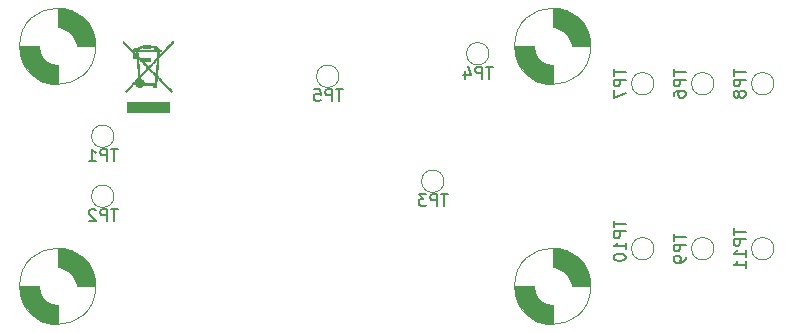
<source format=gbo>
G04 #@! TF.GenerationSoftware,KiCad,Pcbnew,6.0.9-8da3e8f707~116~ubuntu20.04.1*
G04 #@! TF.CreationDate,2023-03-26T17:56:32+00:00*
G04 #@! TF.ProjectId,LEC011001,4c454330-3131-4303-9031-2e6b69636164,rev?*
G04 #@! TF.SameCoordinates,Original*
G04 #@! TF.FileFunction,Legend,Bot*
G04 #@! TF.FilePolarity,Positive*
%FSLAX46Y46*%
G04 Gerber Fmt 4.6, Leading zero omitted, Abs format (unit mm)*
G04 Created by KiCad (PCBNEW 6.0.9-8da3e8f707~116~ubuntu20.04.1) date 2023-03-26 17:56:32*
%MOMM*%
%LPD*%
G01*
G04 APERTURE LIST*
%ADD10C,0.150000*%
%ADD11C,0.120000*%
%ADD12C,0.010000*%
G04 APERTURE END LIST*
D10*
G04 #@! TO.C,TP1*
X88891904Y-41740380D02*
X88320476Y-41740380D01*
X88606190Y-42740380D02*
X88606190Y-41740380D01*
X87987142Y-42740380D02*
X87987142Y-41740380D01*
X87606190Y-41740380D01*
X87510952Y-41788000D01*
X87463333Y-41835619D01*
X87415714Y-41930857D01*
X87415714Y-42073714D01*
X87463333Y-42168952D01*
X87510952Y-42216571D01*
X87606190Y-42264190D01*
X87987142Y-42264190D01*
X86463333Y-42740380D02*
X87034761Y-42740380D01*
X86749047Y-42740380D02*
X86749047Y-41740380D01*
X86844285Y-41883238D01*
X86939523Y-41978476D01*
X87034761Y-42026095D01*
G04 #@! TO.C,TP2*
X88891904Y-46820380D02*
X88320476Y-46820380D01*
X88606190Y-47820380D02*
X88606190Y-46820380D01*
X87987142Y-47820380D02*
X87987142Y-46820380D01*
X87606190Y-46820380D01*
X87510952Y-46868000D01*
X87463333Y-46915619D01*
X87415714Y-47010857D01*
X87415714Y-47153714D01*
X87463333Y-47248952D01*
X87510952Y-47296571D01*
X87606190Y-47344190D01*
X87987142Y-47344190D01*
X87034761Y-46915619D02*
X86987142Y-46868000D01*
X86891904Y-46820380D01*
X86653809Y-46820380D01*
X86558571Y-46868000D01*
X86510952Y-46915619D01*
X86463333Y-47010857D01*
X86463333Y-47106095D01*
X86510952Y-47248952D01*
X87082380Y-47820380D01*
X86463333Y-47820380D01*
G04 #@! TO.C,TP3*
X116831904Y-45550380D02*
X116260476Y-45550380D01*
X116546190Y-46550380D02*
X116546190Y-45550380D01*
X115927142Y-46550380D02*
X115927142Y-45550380D01*
X115546190Y-45550380D01*
X115450952Y-45598000D01*
X115403333Y-45645619D01*
X115355714Y-45740857D01*
X115355714Y-45883714D01*
X115403333Y-45978952D01*
X115450952Y-46026571D01*
X115546190Y-46074190D01*
X115927142Y-46074190D01*
X115022380Y-45550380D02*
X114403333Y-45550380D01*
X114736666Y-45931333D01*
X114593809Y-45931333D01*
X114498571Y-45978952D01*
X114450952Y-46026571D01*
X114403333Y-46121809D01*
X114403333Y-46359904D01*
X114450952Y-46455142D01*
X114498571Y-46502761D01*
X114593809Y-46550380D01*
X114879523Y-46550380D01*
X114974761Y-46502761D01*
X115022380Y-46455142D01*
G04 #@! TO.C,TP4*
X120641904Y-34755380D02*
X120070476Y-34755380D01*
X120356190Y-35755380D02*
X120356190Y-34755380D01*
X119737142Y-35755380D02*
X119737142Y-34755380D01*
X119356190Y-34755380D01*
X119260952Y-34803000D01*
X119213333Y-34850619D01*
X119165714Y-34945857D01*
X119165714Y-35088714D01*
X119213333Y-35183952D01*
X119260952Y-35231571D01*
X119356190Y-35279190D01*
X119737142Y-35279190D01*
X118308571Y-35088714D02*
X118308571Y-35755380D01*
X118546666Y-34707761D02*
X118784761Y-35422047D01*
X118165714Y-35422047D01*
G04 #@! TO.C,TP5*
X107941904Y-36660380D02*
X107370476Y-36660380D01*
X107656190Y-37660380D02*
X107656190Y-36660380D01*
X107037142Y-37660380D02*
X107037142Y-36660380D01*
X106656190Y-36660380D01*
X106560952Y-36708000D01*
X106513333Y-36755619D01*
X106465714Y-36850857D01*
X106465714Y-36993714D01*
X106513333Y-37088952D01*
X106560952Y-37136571D01*
X106656190Y-37184190D01*
X107037142Y-37184190D01*
X105560952Y-36660380D02*
X106037142Y-36660380D01*
X106084761Y-37136571D01*
X106037142Y-37088952D01*
X105941904Y-37041333D01*
X105703809Y-37041333D01*
X105608571Y-37088952D01*
X105560952Y-37136571D01*
X105513333Y-37231809D01*
X105513333Y-37469904D01*
X105560952Y-37565142D01*
X105608571Y-37612761D01*
X105703809Y-37660380D01*
X105941904Y-37660380D01*
X106037142Y-37612761D01*
X106084761Y-37565142D01*
G04 #@! TO.C,TP6*
X135977380Y-34933095D02*
X135977380Y-35504523D01*
X136977380Y-35218809D02*
X135977380Y-35218809D01*
X136977380Y-35837857D02*
X135977380Y-35837857D01*
X135977380Y-36218809D01*
X136025000Y-36314047D01*
X136072619Y-36361666D01*
X136167857Y-36409285D01*
X136310714Y-36409285D01*
X136405952Y-36361666D01*
X136453571Y-36314047D01*
X136501190Y-36218809D01*
X136501190Y-35837857D01*
X135977380Y-37266428D02*
X135977380Y-37075952D01*
X136025000Y-36980714D01*
X136072619Y-36933095D01*
X136215476Y-36837857D01*
X136405952Y-36790238D01*
X136786904Y-36790238D01*
X136882142Y-36837857D01*
X136929761Y-36885476D01*
X136977380Y-36980714D01*
X136977380Y-37171190D01*
X136929761Y-37266428D01*
X136882142Y-37314047D01*
X136786904Y-37361666D01*
X136548809Y-37361666D01*
X136453571Y-37314047D01*
X136405952Y-37266428D01*
X136358333Y-37171190D01*
X136358333Y-36980714D01*
X136405952Y-36885476D01*
X136453571Y-36837857D01*
X136548809Y-36790238D01*
G04 #@! TO.C,TP7*
X130897380Y-34933095D02*
X130897380Y-35504523D01*
X131897380Y-35218809D02*
X130897380Y-35218809D01*
X131897380Y-35837857D02*
X130897380Y-35837857D01*
X130897380Y-36218809D01*
X130945000Y-36314047D01*
X130992619Y-36361666D01*
X131087857Y-36409285D01*
X131230714Y-36409285D01*
X131325952Y-36361666D01*
X131373571Y-36314047D01*
X131421190Y-36218809D01*
X131421190Y-35837857D01*
X130897380Y-36742619D02*
X130897380Y-37409285D01*
X131897380Y-36980714D01*
G04 #@! TO.C,TP8*
X141057380Y-34933095D02*
X141057380Y-35504523D01*
X142057380Y-35218809D02*
X141057380Y-35218809D01*
X142057380Y-35837857D02*
X141057380Y-35837857D01*
X141057380Y-36218809D01*
X141105000Y-36314047D01*
X141152619Y-36361666D01*
X141247857Y-36409285D01*
X141390714Y-36409285D01*
X141485952Y-36361666D01*
X141533571Y-36314047D01*
X141581190Y-36218809D01*
X141581190Y-35837857D01*
X141485952Y-36980714D02*
X141438333Y-36885476D01*
X141390714Y-36837857D01*
X141295476Y-36790238D01*
X141247857Y-36790238D01*
X141152619Y-36837857D01*
X141105000Y-36885476D01*
X141057380Y-36980714D01*
X141057380Y-37171190D01*
X141105000Y-37266428D01*
X141152619Y-37314047D01*
X141247857Y-37361666D01*
X141295476Y-37361666D01*
X141390714Y-37314047D01*
X141438333Y-37266428D01*
X141485952Y-37171190D01*
X141485952Y-36980714D01*
X141533571Y-36885476D01*
X141581190Y-36837857D01*
X141676428Y-36790238D01*
X141866904Y-36790238D01*
X141962142Y-36837857D01*
X142009761Y-36885476D01*
X142057380Y-36980714D01*
X142057380Y-37171190D01*
X142009761Y-37266428D01*
X141962142Y-37314047D01*
X141866904Y-37361666D01*
X141676428Y-37361666D01*
X141581190Y-37314047D01*
X141533571Y-37266428D01*
X141485952Y-37171190D01*
G04 #@! TO.C,TP9*
X135977380Y-48903095D02*
X135977380Y-49474523D01*
X136977380Y-49188809D02*
X135977380Y-49188809D01*
X136977380Y-49807857D02*
X135977380Y-49807857D01*
X135977380Y-50188809D01*
X136025000Y-50284047D01*
X136072619Y-50331666D01*
X136167857Y-50379285D01*
X136310714Y-50379285D01*
X136405952Y-50331666D01*
X136453571Y-50284047D01*
X136501190Y-50188809D01*
X136501190Y-49807857D01*
X136977380Y-50855476D02*
X136977380Y-51045952D01*
X136929761Y-51141190D01*
X136882142Y-51188809D01*
X136739285Y-51284047D01*
X136548809Y-51331666D01*
X136167857Y-51331666D01*
X136072619Y-51284047D01*
X136025000Y-51236428D01*
X135977380Y-51141190D01*
X135977380Y-50950714D01*
X136025000Y-50855476D01*
X136072619Y-50807857D01*
X136167857Y-50760238D01*
X136405952Y-50760238D01*
X136501190Y-50807857D01*
X136548809Y-50855476D01*
X136596428Y-50950714D01*
X136596428Y-51141190D01*
X136548809Y-51236428D01*
X136501190Y-51284047D01*
X136405952Y-51331666D01*
G04 #@! TO.C,TP10*
X130897380Y-47791904D02*
X130897380Y-48363333D01*
X131897380Y-48077619D02*
X130897380Y-48077619D01*
X131897380Y-48696666D02*
X130897380Y-48696666D01*
X130897380Y-49077619D01*
X130945000Y-49172857D01*
X130992619Y-49220476D01*
X131087857Y-49268095D01*
X131230714Y-49268095D01*
X131325952Y-49220476D01*
X131373571Y-49172857D01*
X131421190Y-49077619D01*
X131421190Y-48696666D01*
X131897380Y-50220476D02*
X131897380Y-49649047D01*
X131897380Y-49934761D02*
X130897380Y-49934761D01*
X131040238Y-49839523D01*
X131135476Y-49744285D01*
X131183095Y-49649047D01*
X130897380Y-50839523D02*
X130897380Y-50934761D01*
X130945000Y-51030000D01*
X130992619Y-51077619D01*
X131087857Y-51125238D01*
X131278333Y-51172857D01*
X131516428Y-51172857D01*
X131706904Y-51125238D01*
X131802142Y-51077619D01*
X131849761Y-51030000D01*
X131897380Y-50934761D01*
X131897380Y-50839523D01*
X131849761Y-50744285D01*
X131802142Y-50696666D01*
X131706904Y-50649047D01*
X131516428Y-50601428D01*
X131278333Y-50601428D01*
X131087857Y-50649047D01*
X130992619Y-50696666D01*
X130945000Y-50744285D01*
X130897380Y-50839523D01*
G04 #@! TO.C,TP11*
X141057380Y-48426904D02*
X141057380Y-48998333D01*
X142057380Y-48712619D02*
X141057380Y-48712619D01*
X142057380Y-49331666D02*
X141057380Y-49331666D01*
X141057380Y-49712619D01*
X141105000Y-49807857D01*
X141152619Y-49855476D01*
X141247857Y-49903095D01*
X141390714Y-49903095D01*
X141485952Y-49855476D01*
X141533571Y-49807857D01*
X141581190Y-49712619D01*
X141581190Y-49331666D01*
X142057380Y-50855476D02*
X142057380Y-50284047D01*
X142057380Y-50569761D02*
X141057380Y-50569761D01*
X141200238Y-50474523D01*
X141295476Y-50379285D01*
X141343095Y-50284047D01*
X142057380Y-51807857D02*
X142057380Y-51236428D01*
X142057380Y-51522142D02*
X141057380Y-51522142D01*
X141200238Y-51426904D01*
X141295476Y-51331666D01*
X141343095Y-51236428D01*
D11*
G04 #@! TO.C,H1*
X87044903Y-53340000D02*
G75*
G03*
X87044903Y-53340000I-3224903J0D01*
G01*
G36*
X82220000Y-53440000D02*
G01*
X82320000Y-53840000D01*
X82520000Y-54240000D01*
X82920000Y-54640000D01*
X83320000Y-54840000D01*
X83720000Y-54940000D01*
X83820000Y-54940000D01*
X83820000Y-56564903D01*
X83320000Y-56540000D01*
X82320000Y-56240000D01*
X81520000Y-55640000D01*
X81020000Y-54940000D01*
X80720000Y-54240000D01*
X80620000Y-53840000D01*
X80620000Y-53340000D01*
X82220000Y-53340000D01*
X82220000Y-53440000D01*
G37*
D12*
X82220000Y-53440000D02*
X82320000Y-53840000D01*
X82520000Y-54240000D01*
X82920000Y-54640000D01*
X83320000Y-54840000D01*
X83720000Y-54940000D01*
X83820000Y-54940000D01*
X83820000Y-56564903D01*
X83320000Y-56540000D01*
X82320000Y-56240000D01*
X81520000Y-55640000D01*
X81020000Y-54940000D01*
X80720000Y-54240000D01*
X80620000Y-53840000D01*
X80620000Y-53340000D01*
X82220000Y-53340000D01*
X82220000Y-53440000D01*
G36*
X84320000Y-50140000D02*
G01*
X85320000Y-50440000D01*
X86120000Y-51040000D01*
X86620000Y-51740000D01*
X86920000Y-52440000D01*
X87020000Y-52840000D01*
X87020000Y-53340000D01*
X85420000Y-53340000D01*
X85420000Y-53240000D01*
X85320000Y-52840000D01*
X85120000Y-52440000D01*
X84720000Y-52040000D01*
X84320000Y-51840000D01*
X83920000Y-51740000D01*
X83820000Y-51740000D01*
X83820000Y-50115097D01*
X84320000Y-50140000D01*
G37*
X84320000Y-50140000D02*
X85320000Y-50440000D01*
X86120000Y-51040000D01*
X86620000Y-51740000D01*
X86920000Y-52440000D01*
X87020000Y-52840000D01*
X87020000Y-53340000D01*
X85420000Y-53340000D01*
X85420000Y-53240000D01*
X85320000Y-52840000D01*
X85120000Y-52440000D01*
X84720000Y-52040000D01*
X84320000Y-51840000D01*
X83920000Y-51740000D01*
X83820000Y-51740000D01*
X83820000Y-50115097D01*
X84320000Y-50140000D01*
D11*
G04 #@! TO.C,H2*
X128954903Y-33020000D02*
G75*
G03*
X128954903Y-33020000I-3224903J0D01*
G01*
G36*
X124130000Y-33120000D02*
G01*
X124230000Y-33520000D01*
X124430000Y-33920000D01*
X124830000Y-34320000D01*
X125230000Y-34520000D01*
X125630000Y-34620000D01*
X125730000Y-34620000D01*
X125730000Y-36244903D01*
X125230000Y-36220000D01*
X124230000Y-35920000D01*
X123430000Y-35320000D01*
X122930000Y-34620000D01*
X122630000Y-33920000D01*
X122530000Y-33520000D01*
X122530000Y-33020000D01*
X124130000Y-33020000D01*
X124130000Y-33120000D01*
G37*
D12*
X124130000Y-33120000D02*
X124230000Y-33520000D01*
X124430000Y-33920000D01*
X124830000Y-34320000D01*
X125230000Y-34520000D01*
X125630000Y-34620000D01*
X125730000Y-34620000D01*
X125730000Y-36244903D01*
X125230000Y-36220000D01*
X124230000Y-35920000D01*
X123430000Y-35320000D01*
X122930000Y-34620000D01*
X122630000Y-33920000D01*
X122530000Y-33520000D01*
X122530000Y-33020000D01*
X124130000Y-33020000D01*
X124130000Y-33120000D01*
G36*
X126230000Y-29820000D02*
G01*
X127230000Y-30120000D01*
X128030000Y-30720000D01*
X128530000Y-31420000D01*
X128830000Y-32120000D01*
X128930000Y-32520000D01*
X128930000Y-33020000D01*
X127330000Y-33020000D01*
X127330000Y-32920000D01*
X127230000Y-32520000D01*
X127030000Y-32120000D01*
X126630000Y-31720000D01*
X126230000Y-31520000D01*
X125830000Y-31420000D01*
X125730000Y-31420000D01*
X125730000Y-29795097D01*
X126230000Y-29820000D01*
G37*
X126230000Y-29820000D02*
X127230000Y-30120000D01*
X128030000Y-30720000D01*
X128530000Y-31420000D01*
X128830000Y-32120000D01*
X128930000Y-32520000D01*
X128930000Y-33020000D01*
X127330000Y-33020000D01*
X127330000Y-32920000D01*
X127230000Y-32520000D01*
X127030000Y-32120000D01*
X126630000Y-31720000D01*
X126230000Y-31520000D01*
X125830000Y-31420000D01*
X125730000Y-31420000D01*
X125730000Y-29795097D01*
X126230000Y-29820000D01*
D11*
G04 #@! TO.C,H3*
X87044903Y-33020000D02*
G75*
G03*
X87044903Y-33020000I-3224903J0D01*
G01*
G36*
X84320000Y-29820000D02*
G01*
X85320000Y-30120000D01*
X86120000Y-30720000D01*
X86620000Y-31420000D01*
X86920000Y-32120000D01*
X87020000Y-32520000D01*
X87020000Y-33020000D01*
X85420000Y-33020000D01*
X85420000Y-32920000D01*
X85320000Y-32520000D01*
X85120000Y-32120000D01*
X84720000Y-31720000D01*
X84320000Y-31520000D01*
X83920000Y-31420000D01*
X83820000Y-31420000D01*
X83820000Y-29795097D01*
X84320000Y-29820000D01*
G37*
D12*
X84320000Y-29820000D02*
X85320000Y-30120000D01*
X86120000Y-30720000D01*
X86620000Y-31420000D01*
X86920000Y-32120000D01*
X87020000Y-32520000D01*
X87020000Y-33020000D01*
X85420000Y-33020000D01*
X85420000Y-32920000D01*
X85320000Y-32520000D01*
X85120000Y-32120000D01*
X84720000Y-31720000D01*
X84320000Y-31520000D01*
X83920000Y-31420000D01*
X83820000Y-31420000D01*
X83820000Y-29795097D01*
X84320000Y-29820000D01*
G36*
X82220000Y-33120000D02*
G01*
X82320000Y-33520000D01*
X82520000Y-33920000D01*
X82920000Y-34320000D01*
X83320000Y-34520000D01*
X83720000Y-34620000D01*
X83820000Y-34620000D01*
X83820000Y-36244903D01*
X83320000Y-36220000D01*
X82320000Y-35920000D01*
X81520000Y-35320000D01*
X81020000Y-34620000D01*
X80720000Y-33920000D01*
X80620000Y-33520000D01*
X80620000Y-33020000D01*
X82220000Y-33020000D01*
X82220000Y-33120000D01*
G37*
X82220000Y-33120000D02*
X82320000Y-33520000D01*
X82520000Y-33920000D01*
X82920000Y-34320000D01*
X83320000Y-34520000D01*
X83720000Y-34620000D01*
X83820000Y-34620000D01*
X83820000Y-36244903D01*
X83320000Y-36220000D01*
X82320000Y-35920000D01*
X81520000Y-35320000D01*
X81020000Y-34620000D01*
X80720000Y-33920000D01*
X80620000Y-33520000D01*
X80620000Y-33020000D01*
X82220000Y-33020000D01*
X82220000Y-33120000D01*
D11*
G04 #@! TO.C,H4*
X128954903Y-53340000D02*
G75*
G03*
X128954903Y-53340000I-3224903J0D01*
G01*
G36*
X126230000Y-50140000D02*
G01*
X127230000Y-50440000D01*
X128030000Y-51040000D01*
X128530000Y-51740000D01*
X128830000Y-52440000D01*
X128930000Y-52840000D01*
X128930000Y-53340000D01*
X127330000Y-53340000D01*
X127330000Y-53240000D01*
X127230000Y-52840000D01*
X127030000Y-52440000D01*
X126630000Y-52040000D01*
X126230000Y-51840000D01*
X125830000Y-51740000D01*
X125730000Y-51740000D01*
X125730000Y-50115097D01*
X126230000Y-50140000D01*
G37*
D12*
X126230000Y-50140000D02*
X127230000Y-50440000D01*
X128030000Y-51040000D01*
X128530000Y-51740000D01*
X128830000Y-52440000D01*
X128930000Y-52840000D01*
X128930000Y-53340000D01*
X127330000Y-53340000D01*
X127330000Y-53240000D01*
X127230000Y-52840000D01*
X127030000Y-52440000D01*
X126630000Y-52040000D01*
X126230000Y-51840000D01*
X125830000Y-51740000D01*
X125730000Y-51740000D01*
X125730000Y-50115097D01*
X126230000Y-50140000D01*
G36*
X124130000Y-53440000D02*
G01*
X124230000Y-53840000D01*
X124430000Y-54240000D01*
X124830000Y-54640000D01*
X125230000Y-54840000D01*
X125630000Y-54940000D01*
X125730000Y-54940000D01*
X125730000Y-56564903D01*
X125230000Y-56540000D01*
X124230000Y-56240000D01*
X123430000Y-55640000D01*
X122930000Y-54940000D01*
X122630000Y-54240000D01*
X122530000Y-53840000D01*
X122530000Y-53340000D01*
X124130000Y-53340000D01*
X124130000Y-53440000D01*
G37*
X124130000Y-53440000D02*
X124230000Y-53840000D01*
X124430000Y-54240000D01*
X124830000Y-54640000D01*
X125230000Y-54840000D01*
X125630000Y-54940000D01*
X125730000Y-54940000D01*
X125730000Y-56564903D01*
X125230000Y-56540000D01*
X124230000Y-56240000D01*
X123430000Y-55640000D01*
X122930000Y-54940000D01*
X122630000Y-54240000D01*
X122530000Y-53840000D01*
X122530000Y-53340000D01*
X124130000Y-53340000D01*
X124130000Y-53440000D01*
D11*
G04 #@! TO.C,TP1*
X88580000Y-40640000D02*
G75*
G03*
X88580000Y-40640000I-950000J0D01*
G01*
G04 #@! TO.C,TP2*
X88580000Y-45720000D02*
G75*
G03*
X88580000Y-45720000I-950000J0D01*
G01*
G04 #@! TO.C,TP3*
X116520000Y-44450000D02*
G75*
G03*
X116520000Y-44450000I-950000J0D01*
G01*
G04 #@! TO.C,TP4*
X120330000Y-33655000D02*
G75*
G03*
X120330000Y-33655000I-950000J0D01*
G01*
G04 #@! TO.C,TP5*
X107630000Y-35560000D02*
G75*
G03*
X107630000Y-35560000I-950000J0D01*
G01*
G04 #@! TO.C,TP6*
X139380000Y-36195000D02*
G75*
G03*
X139380000Y-36195000I-950000J0D01*
G01*
G04 #@! TO.C,TP7*
X134300000Y-36195000D02*
G75*
G03*
X134300000Y-36195000I-950000J0D01*
G01*
G04 #@! TO.C,TP8*
X144460000Y-36195000D02*
G75*
G03*
X144460000Y-36195000I-950000J0D01*
G01*
G04 #@! TO.C,TP9*
X139380000Y-50165000D02*
G75*
G03*
X139380000Y-50165000I-950000J0D01*
G01*
G04 #@! TO.C,TP10*
X134300000Y-50165000D02*
G75*
G03*
X134300000Y-50165000I-950000J0D01*
G01*
G04 #@! TO.C,TP11*
X144460000Y-50165000D02*
G75*
G03*
X144460000Y-50165000I-950000J0D01*
G01*
G04 #@! TO.C,REF\u002A\u002A*
G36*
X92451662Y-33320696D02*
G01*
X92491314Y-33321782D01*
X92559109Y-33321782D01*
X92559109Y-33434951D01*
X92399577Y-33434951D01*
X92384682Y-33612732D01*
X92382682Y-33637037D01*
X92378023Y-33697880D01*
X92374731Y-33747389D01*
X92373092Y-33780992D01*
X92373390Y-33794116D01*
X92377724Y-33790343D01*
X92397496Y-33770676D01*
X92431679Y-33735818D01*
X92478541Y-33687576D01*
X92536354Y-33627757D01*
X92603387Y-33558167D01*
X92677912Y-33480615D01*
X92758197Y-33396907D01*
X92842513Y-33308849D01*
X92929130Y-33218250D01*
X93016319Y-33126915D01*
X93102349Y-33036653D01*
X93185492Y-32949269D01*
X93264016Y-32866572D01*
X93336192Y-32790368D01*
X93400291Y-32722463D01*
X93454583Y-32664666D01*
X93551592Y-32561040D01*
X93552034Y-32649315D01*
X93552475Y-32737589D01*
X92951938Y-33369158D01*
X92351401Y-34000726D01*
X92339396Y-34144674D01*
X92291365Y-34720635D01*
X92282876Y-34822791D01*
X92272343Y-34950612D01*
X92262621Y-35069767D01*
X92253898Y-35177914D01*
X92246358Y-35272713D01*
X92240187Y-35351819D01*
X92235573Y-35412892D01*
X92232700Y-35453590D01*
X92231754Y-35471570D01*
X92234251Y-35479808D01*
X92245471Y-35497599D01*
X92266751Y-35524411D01*
X92277021Y-35536129D01*
X92299225Y-35561466D01*
X92344023Y-35609986D01*
X92402281Y-35671192D01*
X92475129Y-35746307D01*
X92563703Y-35836550D01*
X92669134Y-35943145D01*
X92738492Y-36013093D01*
X92835179Y-36110658D01*
X92931526Y-36207941D01*
X93024638Y-36302014D01*
X93111618Y-36389950D01*
X93189569Y-36468820D01*
X93255596Y-36535699D01*
X93306802Y-36587658D01*
X93507514Y-36791620D01*
X93471058Y-36829671D01*
X93462460Y-36838245D01*
X93437095Y-36859297D01*
X93419695Y-36867723D01*
X93406071Y-36860530D01*
X93380743Y-36838944D01*
X93350379Y-36807995D01*
X93331896Y-36788448D01*
X93297427Y-36752752D01*
X93248712Y-36702684D01*
X93187469Y-36640001D01*
X93115420Y-36566457D01*
X93034285Y-36483810D01*
X92945784Y-36393815D01*
X92851637Y-36298228D01*
X92753565Y-36198805D01*
X92211161Y-35649343D01*
X92189066Y-35934746D01*
X92184250Y-35995662D01*
X92177216Y-36077548D01*
X92170872Y-36139569D01*
X92164748Y-36184987D01*
X92158373Y-36217062D01*
X92151277Y-36239052D01*
X92142991Y-36254219D01*
X92131393Y-36275416D01*
X92121850Y-36314386D01*
X92119010Y-36370531D01*
X92119010Y-36452773D01*
X91892674Y-36452773D01*
X91892674Y-36276733D01*
X91047082Y-36276733D01*
X90998203Y-36332262D01*
X90984836Y-36346722D01*
X90912388Y-36404813D01*
X90830532Y-36440576D01*
X90741900Y-36452773D01*
X90663692Y-36446306D01*
X90575233Y-36419047D01*
X90499507Y-36370328D01*
X90484748Y-36356403D01*
X90447864Y-36311328D01*
X90415503Y-36258819D01*
X90392297Y-36207061D01*
X90382879Y-36164239D01*
X90382697Y-36158023D01*
X90381342Y-36135246D01*
X90377800Y-36119513D01*
X90370390Y-36112068D01*
X90357431Y-36114156D01*
X90337243Y-36127020D01*
X90308145Y-36151905D01*
X90268456Y-36190053D01*
X90216496Y-36242710D01*
X90150584Y-36311119D01*
X90069040Y-36396524D01*
X90025604Y-36442112D01*
X89953000Y-36518441D01*
X89884309Y-36590808D01*
X89822223Y-36656366D01*
X89769434Y-36712274D01*
X89728634Y-36755686D01*
X89702515Y-36783758D01*
X89631119Y-36861436D01*
X89542863Y-36773416D01*
X90088690Y-36201287D01*
X90123105Y-36165188D01*
X90245546Y-36036272D01*
X90350651Y-35924754D01*
X90438736Y-35830288D01*
X90510116Y-35752529D01*
X90560588Y-35696174D01*
X90767247Y-35696174D01*
X90768872Y-35709434D01*
X90769156Y-35710819D01*
X90782698Y-35742228D01*
X90809748Y-35756863D01*
X90893129Y-35788063D01*
X90967418Y-35840038D01*
X91025846Y-35908791D01*
X91065890Y-35991315D01*
X91085026Y-36084606D01*
X91091364Y-36163565D01*
X92040838Y-36163565D01*
X92047458Y-36135273D01*
X92048629Y-36128329D01*
X92052268Y-36097281D01*
X92057234Y-36047081D01*
X92063157Y-35981727D01*
X92069669Y-35905219D01*
X92076401Y-35821555D01*
X92098724Y-35536129D01*
X91797826Y-35230565D01*
X91742636Y-35174704D01*
X91675109Y-35106888D01*
X91614529Y-35046643D01*
X91563021Y-34996052D01*
X91522710Y-34957200D01*
X91495722Y-34932170D01*
X91484182Y-34923046D01*
X91476444Y-34927405D01*
X91453395Y-34947241D01*
X91418709Y-34980375D01*
X91375487Y-35023820D01*
X91326832Y-35074587D01*
X91314140Y-35088051D01*
X91257229Y-35148275D01*
X91189414Y-35219864D01*
X91115800Y-35297437D01*
X91041493Y-35375611D01*
X90971599Y-35449005D01*
X90967401Y-35453409D01*
X90902420Y-35521785D01*
X90852836Y-35574732D01*
X90816688Y-35614767D01*
X90792016Y-35644411D01*
X90776858Y-35666181D01*
X90769256Y-35682595D01*
X90767247Y-35696174D01*
X90560588Y-35696174D01*
X90565105Y-35691131D01*
X90604019Y-35645748D01*
X90627173Y-35616035D01*
X90634882Y-35601644D01*
X90634883Y-35601559D01*
X90633825Y-35583624D01*
X90630737Y-35543421D01*
X90625858Y-35483687D01*
X90619432Y-35407158D01*
X90611700Y-35316569D01*
X90602905Y-35214657D01*
X90593287Y-35104159D01*
X90583091Y-34987811D01*
X90572556Y-34868348D01*
X90561926Y-34748507D01*
X90551442Y-34631025D01*
X90541346Y-34518637D01*
X90531881Y-34414081D01*
X90523288Y-34320091D01*
X90515809Y-34239405D01*
X90509687Y-34174759D01*
X90505162Y-34128888D01*
X90502478Y-34104530D01*
X90497067Y-34063732D01*
X90626253Y-34063732D01*
X90627908Y-34094653D01*
X90631549Y-34146653D01*
X90636995Y-34217487D01*
X90644063Y-34304911D01*
X90652570Y-34406681D01*
X90662335Y-34520552D01*
X90673174Y-34644279D01*
X90684907Y-34775618D01*
X90694079Y-34876908D01*
X90705566Y-35002526D01*
X90716322Y-35118762D01*
X90726131Y-35223380D01*
X90734781Y-35314140D01*
X90742057Y-35388804D01*
X90747746Y-35445134D01*
X90751634Y-35480891D01*
X90753506Y-35493837D01*
X90759188Y-35489826D01*
X90780020Y-35470138D01*
X90813872Y-35436322D01*
X90858412Y-35390837D01*
X90911310Y-35336146D01*
X90970236Y-35274710D01*
X91032858Y-35208990D01*
X91096848Y-35141449D01*
X91159874Y-35074547D01*
X91219606Y-35010746D01*
X91273713Y-34952507D01*
X91319865Y-34902292D01*
X91355733Y-34862563D01*
X91378984Y-34835780D01*
X91385778Y-34826477D01*
X91567601Y-34826477D01*
X91843305Y-35101968D01*
X91910726Y-35169224D01*
X91974267Y-35232162D01*
X92023490Y-35280100D01*
X92060196Y-35314594D01*
X92086190Y-35337199D01*
X92103276Y-35349471D01*
X92113256Y-35352966D01*
X92117935Y-35349238D01*
X92119116Y-35339844D01*
X92119873Y-35324749D01*
X92122601Y-35285883D01*
X92127108Y-35226895D01*
X92133179Y-35150473D01*
X92140596Y-35059305D01*
X92149142Y-34956080D01*
X92158602Y-34843483D01*
X92168758Y-34724205D01*
X92177723Y-34619077D01*
X92187066Y-34508351D01*
X92195443Y-34407814D01*
X92202653Y-34319943D01*
X92208496Y-34247215D01*
X92212769Y-34192110D01*
X92215273Y-34157104D01*
X92215805Y-34144674D01*
X92215384Y-34144908D01*
X92203509Y-34156350D01*
X92177130Y-34183198D01*
X92138570Y-34223018D01*
X92090153Y-34273372D01*
X92034203Y-34331828D01*
X91973042Y-34395948D01*
X91908995Y-34463298D01*
X91844385Y-34531443D01*
X91781535Y-34597948D01*
X91722768Y-34660377D01*
X91670409Y-34716295D01*
X91569533Y-34824406D01*
X91567601Y-34826477D01*
X91385778Y-34826477D01*
X91387290Y-34824406D01*
X91379148Y-34813383D01*
X91355478Y-34786999D01*
X91318478Y-34747527D01*
X91270350Y-34697191D01*
X91213296Y-34638217D01*
X91149520Y-34572830D01*
X91081222Y-34503255D01*
X91010605Y-34431716D01*
X90939871Y-34360438D01*
X90871222Y-34291647D01*
X90806861Y-34227566D01*
X90748989Y-34170422D01*
X90699810Y-34122439D01*
X90661524Y-34085841D01*
X90636334Y-34062854D01*
X90626442Y-34055703D01*
X90626253Y-34063732D01*
X90497067Y-34063732D01*
X90495390Y-34051089D01*
X90220297Y-34051089D01*
X90220140Y-33950495D01*
X90320891Y-33950495D01*
X90402624Y-33950495D01*
X90409895Y-33950489D01*
X90450950Y-33949613D01*
X90473277Y-33945867D01*
X90482529Y-33937270D01*
X90484357Y-33921840D01*
X90476306Y-33899159D01*
X90448730Y-33861428D01*
X90402624Y-33812179D01*
X90320891Y-33731172D01*
X90320891Y-33950495D01*
X90220140Y-33950495D01*
X90219968Y-33840471D01*
X90219639Y-33629852D01*
X89767914Y-33170891D01*
X89316189Y-32711931D01*
X89315570Y-32624848D01*
X89314951Y-32537767D01*
X89856769Y-33086952D01*
X89909137Y-33139998D01*
X90017803Y-33249772D01*
X90110709Y-33343114D01*
X90189055Y-33421173D01*
X90254043Y-33485097D01*
X90306872Y-33536035D01*
X90348743Y-33575135D01*
X90380855Y-33603548D01*
X90404410Y-33622420D01*
X90420608Y-33632901D01*
X90430649Y-33636139D01*
X90447579Y-33635158D01*
X90457084Y-33627996D01*
X90458723Y-33608401D01*
X90454782Y-33570124D01*
X90452065Y-33546025D01*
X90448284Y-33505744D01*
X90446760Y-33478961D01*
X90446015Y-33469728D01*
X90438746Y-33459839D01*
X90418668Y-33456562D01*
X90379689Y-33457992D01*
X90369737Y-33458553D01*
X90329898Y-33457921D01*
X90301560Y-33449167D01*
X90281586Y-33434951D01*
X90564852Y-33434951D01*
X90569013Y-33482104D01*
X90570935Y-33503498D01*
X90576924Y-33561909D01*
X90582826Y-33600381D01*
X90589727Y-33622912D01*
X90598712Y-33633498D01*
X90610870Y-33636139D01*
X90621801Y-33637937D01*
X90629050Y-33646530D01*
X90633100Y-33666505D01*
X90634863Y-33702450D01*
X90635248Y-33758952D01*
X90635248Y-33881766D01*
X90675447Y-33921840D01*
X90773565Y-34019654D01*
X90911881Y-34157542D01*
X90911881Y-34051089D01*
X91666337Y-34051089D01*
X91666337Y-34290000D01*
X91047831Y-34290000D01*
X91257592Y-34506906D01*
X91297770Y-34548334D01*
X91353328Y-34605200D01*
X91401570Y-34654082D01*
X91439971Y-34692441D01*
X91466003Y-34717741D01*
X91477140Y-34727442D01*
X91481373Y-34724767D01*
X91501224Y-34706782D01*
X91535451Y-34673481D01*
X91582227Y-34626712D01*
X91639724Y-34568325D01*
X91706112Y-34500169D01*
X91779564Y-34424094D01*
X91858251Y-34341950D01*
X91937341Y-34258943D01*
X92014871Y-34177136D01*
X92077746Y-34110083D01*
X92127502Y-34056007D01*
X92165678Y-34013129D01*
X92193811Y-33979673D01*
X92213440Y-33953861D01*
X92226101Y-33933914D01*
X92233334Y-33918056D01*
X92236675Y-33904509D01*
X92237561Y-33897910D01*
X92241488Y-33861548D01*
X92246459Y-33808018D01*
X92251927Y-33743421D01*
X92257344Y-33673862D01*
X92259181Y-33649635D01*
X92264488Y-33584178D01*
X92269548Y-33527717D01*
X92273863Y-33485618D01*
X92276934Y-33463243D01*
X92282955Y-33434951D01*
X90564852Y-33434951D01*
X90281586Y-33434951D01*
X90273630Y-33429289D01*
X90268820Y-33425104D01*
X90229482Y-33374427D01*
X90213903Y-33321782D01*
X90554698Y-33321782D01*
X91969221Y-33321782D01*
X92181881Y-33321782D01*
X92238908Y-33321782D01*
X92255993Y-33321662D01*
X92281308Y-33319462D01*
X92288616Y-33312334D01*
X92282943Y-33297508D01*
X92281267Y-33294682D01*
X92262448Y-33272944D01*
X92235183Y-33248820D01*
X92207987Y-33229254D01*
X92189371Y-33221188D01*
X92187697Y-33222463D01*
X92183544Y-33239976D01*
X92181881Y-33271485D01*
X92181881Y-33321782D01*
X91969221Y-33321782D01*
X91965526Y-33231095D01*
X91961832Y-33140407D01*
X91886386Y-33125252D01*
X91848551Y-33118379D01*
X91785368Y-33108756D01*
X91726065Y-33101496D01*
X91641188Y-33092893D01*
X91641188Y-33196040D01*
X91062773Y-33196040D01*
X91062773Y-33105122D01*
X90990471Y-33113753D01*
X90879998Y-33132249D01*
X90768816Y-33165691D01*
X90676850Y-33212324D01*
X90602542Y-33272786D01*
X90554698Y-33321782D01*
X90213903Y-33321782D01*
X90212172Y-33315934D01*
X90217474Y-33254575D01*
X90245975Y-33195297D01*
X90248733Y-33191606D01*
X90286822Y-33159851D01*
X90336476Y-33141067D01*
X90390002Y-33136071D01*
X90439707Y-33145678D01*
X90477900Y-33170704D01*
X90490831Y-33183480D01*
X90503428Y-33186576D01*
X90521467Y-33176998D01*
X90551928Y-33153082D01*
X90561274Y-33145731D01*
X90633430Y-33099339D01*
X90718915Y-33058084D01*
X90788830Y-33032575D01*
X91163367Y-33032575D01*
X91163367Y-33095446D01*
X91540594Y-33095446D01*
X91540594Y-33032575D01*
X91163367Y-33032575D01*
X90788830Y-33032575D01*
X90809767Y-33024936D01*
X90898027Y-33002868D01*
X90975736Y-32994852D01*
X90983991Y-32994788D01*
X91029879Y-32990321D01*
X91055079Y-32977795D01*
X91062773Y-32955784D01*
X91063676Y-32948849D01*
X91068615Y-32942885D01*
X91080611Y-32938519D01*
X91102680Y-32935503D01*
X91137836Y-32933590D01*
X91189094Y-32932530D01*
X91259471Y-32932077D01*
X91351980Y-32931980D01*
X91438660Y-32932150D01*
X91512332Y-32932834D01*
X91566265Y-32934215D01*
X91603288Y-32936470D01*
X91626230Y-32939778D01*
X91637920Y-32944320D01*
X91641188Y-32950272D01*
X91651937Y-32964888D01*
X91682055Y-32974215D01*
X91693582Y-32975847D01*
X91732886Y-32981591D01*
X91785188Y-32989378D01*
X91842376Y-32998003D01*
X91873916Y-33002393D01*
X91920074Y-33007148D01*
X91952641Y-33008295D01*
X91966023Y-33005495D01*
X91968308Y-33003671D01*
X91989405Y-32999165D01*
X92027355Y-32996029D01*
X92076048Y-32994852D01*
X92181881Y-32994852D01*
X92181894Y-33032575D01*
X92181894Y-33035718D01*
X92182388Y-33048668D01*
X92188819Y-33070411D01*
X92207123Y-33088851D01*
X92242830Y-33110801D01*
X92274174Y-33130854D01*
X92321893Y-33169356D01*
X92365138Y-33212579D01*
X92398219Y-33254627D01*
X92415442Y-33289604D01*
X92419662Y-33303081D01*
X92427480Y-33312334D01*
X92430116Y-33315454D01*
X92451662Y-33320696D01*
G37*
D12*
X92451662Y-33320696D02*
X92491314Y-33321782D01*
X92559109Y-33321782D01*
X92559109Y-33434951D01*
X92399577Y-33434951D01*
X92384682Y-33612732D01*
X92382682Y-33637037D01*
X92378023Y-33697880D01*
X92374731Y-33747389D01*
X92373092Y-33780992D01*
X92373390Y-33794116D01*
X92377724Y-33790343D01*
X92397496Y-33770676D01*
X92431679Y-33735818D01*
X92478541Y-33687576D01*
X92536354Y-33627757D01*
X92603387Y-33558167D01*
X92677912Y-33480615D01*
X92758197Y-33396907D01*
X92842513Y-33308849D01*
X92929130Y-33218250D01*
X93016319Y-33126915D01*
X93102349Y-33036653D01*
X93185492Y-32949269D01*
X93264016Y-32866572D01*
X93336192Y-32790368D01*
X93400291Y-32722463D01*
X93454583Y-32664666D01*
X93551592Y-32561040D01*
X93552034Y-32649315D01*
X93552475Y-32737589D01*
X92951938Y-33369158D01*
X92351401Y-34000726D01*
X92339396Y-34144674D01*
X92291365Y-34720635D01*
X92282876Y-34822791D01*
X92272343Y-34950612D01*
X92262621Y-35069767D01*
X92253898Y-35177914D01*
X92246358Y-35272713D01*
X92240187Y-35351819D01*
X92235573Y-35412892D01*
X92232700Y-35453590D01*
X92231754Y-35471570D01*
X92234251Y-35479808D01*
X92245471Y-35497599D01*
X92266751Y-35524411D01*
X92277021Y-35536129D01*
X92299225Y-35561466D01*
X92344023Y-35609986D01*
X92402281Y-35671192D01*
X92475129Y-35746307D01*
X92563703Y-35836550D01*
X92669134Y-35943145D01*
X92738492Y-36013093D01*
X92835179Y-36110658D01*
X92931526Y-36207941D01*
X93024638Y-36302014D01*
X93111618Y-36389950D01*
X93189569Y-36468820D01*
X93255596Y-36535699D01*
X93306802Y-36587658D01*
X93507514Y-36791620D01*
X93471058Y-36829671D01*
X93462460Y-36838245D01*
X93437095Y-36859297D01*
X93419695Y-36867723D01*
X93406071Y-36860530D01*
X93380743Y-36838944D01*
X93350379Y-36807995D01*
X93331896Y-36788448D01*
X93297427Y-36752752D01*
X93248712Y-36702684D01*
X93187469Y-36640001D01*
X93115420Y-36566457D01*
X93034285Y-36483810D01*
X92945784Y-36393815D01*
X92851637Y-36298228D01*
X92753565Y-36198805D01*
X92211161Y-35649343D01*
X92189066Y-35934746D01*
X92184250Y-35995662D01*
X92177216Y-36077548D01*
X92170872Y-36139569D01*
X92164748Y-36184987D01*
X92158373Y-36217062D01*
X92151277Y-36239052D01*
X92142991Y-36254219D01*
X92131393Y-36275416D01*
X92121850Y-36314386D01*
X92119010Y-36370531D01*
X92119010Y-36452773D01*
X91892674Y-36452773D01*
X91892674Y-36276733D01*
X91047082Y-36276733D01*
X90998203Y-36332262D01*
X90984836Y-36346722D01*
X90912388Y-36404813D01*
X90830532Y-36440576D01*
X90741900Y-36452773D01*
X90663692Y-36446306D01*
X90575233Y-36419047D01*
X90499507Y-36370328D01*
X90484748Y-36356403D01*
X90447864Y-36311328D01*
X90415503Y-36258819D01*
X90392297Y-36207061D01*
X90382879Y-36164239D01*
X90382697Y-36158023D01*
X90381342Y-36135246D01*
X90377800Y-36119513D01*
X90370390Y-36112068D01*
X90357431Y-36114156D01*
X90337243Y-36127020D01*
X90308145Y-36151905D01*
X90268456Y-36190053D01*
X90216496Y-36242710D01*
X90150584Y-36311119D01*
X90069040Y-36396524D01*
X90025604Y-36442112D01*
X89953000Y-36518441D01*
X89884309Y-36590808D01*
X89822223Y-36656366D01*
X89769434Y-36712274D01*
X89728634Y-36755686D01*
X89702515Y-36783758D01*
X89631119Y-36861436D01*
X89542863Y-36773416D01*
X90088690Y-36201287D01*
X90123105Y-36165188D01*
X90245546Y-36036272D01*
X90350651Y-35924754D01*
X90438736Y-35830288D01*
X90510116Y-35752529D01*
X90560588Y-35696174D01*
X90767247Y-35696174D01*
X90768872Y-35709434D01*
X90769156Y-35710819D01*
X90782698Y-35742228D01*
X90809748Y-35756863D01*
X90893129Y-35788063D01*
X90967418Y-35840038D01*
X91025846Y-35908791D01*
X91065890Y-35991315D01*
X91085026Y-36084606D01*
X91091364Y-36163565D01*
X92040838Y-36163565D01*
X92047458Y-36135273D01*
X92048629Y-36128329D01*
X92052268Y-36097281D01*
X92057234Y-36047081D01*
X92063157Y-35981727D01*
X92069669Y-35905219D01*
X92076401Y-35821555D01*
X92098724Y-35536129D01*
X91797826Y-35230565D01*
X91742636Y-35174704D01*
X91675109Y-35106888D01*
X91614529Y-35046643D01*
X91563021Y-34996052D01*
X91522710Y-34957200D01*
X91495722Y-34932170D01*
X91484182Y-34923046D01*
X91476444Y-34927405D01*
X91453395Y-34947241D01*
X91418709Y-34980375D01*
X91375487Y-35023820D01*
X91326832Y-35074587D01*
X91314140Y-35088051D01*
X91257229Y-35148275D01*
X91189414Y-35219864D01*
X91115800Y-35297437D01*
X91041493Y-35375611D01*
X90971599Y-35449005D01*
X90967401Y-35453409D01*
X90902420Y-35521785D01*
X90852836Y-35574732D01*
X90816688Y-35614767D01*
X90792016Y-35644411D01*
X90776858Y-35666181D01*
X90769256Y-35682595D01*
X90767247Y-35696174D01*
X90560588Y-35696174D01*
X90565105Y-35691131D01*
X90604019Y-35645748D01*
X90627173Y-35616035D01*
X90634882Y-35601644D01*
X90634883Y-35601559D01*
X90633825Y-35583624D01*
X90630737Y-35543421D01*
X90625858Y-35483687D01*
X90619432Y-35407158D01*
X90611700Y-35316569D01*
X90602905Y-35214657D01*
X90593287Y-35104159D01*
X90583091Y-34987811D01*
X90572556Y-34868348D01*
X90561926Y-34748507D01*
X90551442Y-34631025D01*
X90541346Y-34518637D01*
X90531881Y-34414081D01*
X90523288Y-34320091D01*
X90515809Y-34239405D01*
X90509687Y-34174759D01*
X90505162Y-34128888D01*
X90502478Y-34104530D01*
X90497067Y-34063732D01*
X90626253Y-34063732D01*
X90627908Y-34094653D01*
X90631549Y-34146653D01*
X90636995Y-34217487D01*
X90644063Y-34304911D01*
X90652570Y-34406681D01*
X90662335Y-34520552D01*
X90673174Y-34644279D01*
X90684907Y-34775618D01*
X90694079Y-34876908D01*
X90705566Y-35002526D01*
X90716322Y-35118762D01*
X90726131Y-35223380D01*
X90734781Y-35314140D01*
X90742057Y-35388804D01*
X90747746Y-35445134D01*
X90751634Y-35480891D01*
X90753506Y-35493837D01*
X90759188Y-35489826D01*
X90780020Y-35470138D01*
X90813872Y-35436322D01*
X90858412Y-35390837D01*
X90911310Y-35336146D01*
X90970236Y-35274710D01*
X91032858Y-35208990D01*
X91096848Y-35141449D01*
X91159874Y-35074547D01*
X91219606Y-35010746D01*
X91273713Y-34952507D01*
X91319865Y-34902292D01*
X91355733Y-34862563D01*
X91378984Y-34835780D01*
X91385778Y-34826477D01*
X91567601Y-34826477D01*
X91843305Y-35101968D01*
X91910726Y-35169224D01*
X91974267Y-35232162D01*
X92023490Y-35280100D01*
X92060196Y-35314594D01*
X92086190Y-35337199D01*
X92103276Y-35349471D01*
X92113256Y-35352966D01*
X92117935Y-35349238D01*
X92119116Y-35339844D01*
X92119873Y-35324749D01*
X92122601Y-35285883D01*
X92127108Y-35226895D01*
X92133179Y-35150473D01*
X92140596Y-35059305D01*
X92149142Y-34956080D01*
X92158602Y-34843483D01*
X92168758Y-34724205D01*
X92177723Y-34619077D01*
X92187066Y-34508351D01*
X92195443Y-34407814D01*
X92202653Y-34319943D01*
X92208496Y-34247215D01*
X92212769Y-34192110D01*
X92215273Y-34157104D01*
X92215805Y-34144674D01*
X92215384Y-34144908D01*
X92203509Y-34156350D01*
X92177130Y-34183198D01*
X92138570Y-34223018D01*
X92090153Y-34273372D01*
X92034203Y-34331828D01*
X91973042Y-34395948D01*
X91908995Y-34463298D01*
X91844385Y-34531443D01*
X91781535Y-34597948D01*
X91722768Y-34660377D01*
X91670409Y-34716295D01*
X91569533Y-34824406D01*
X91567601Y-34826477D01*
X91385778Y-34826477D01*
X91387290Y-34824406D01*
X91379148Y-34813383D01*
X91355478Y-34786999D01*
X91318478Y-34747527D01*
X91270350Y-34697191D01*
X91213296Y-34638217D01*
X91149520Y-34572830D01*
X91081222Y-34503255D01*
X91010605Y-34431716D01*
X90939871Y-34360438D01*
X90871222Y-34291647D01*
X90806861Y-34227566D01*
X90748989Y-34170422D01*
X90699810Y-34122439D01*
X90661524Y-34085841D01*
X90636334Y-34062854D01*
X90626442Y-34055703D01*
X90626253Y-34063732D01*
X90497067Y-34063732D01*
X90495390Y-34051089D01*
X90220297Y-34051089D01*
X90220140Y-33950495D01*
X90320891Y-33950495D01*
X90402624Y-33950495D01*
X90409895Y-33950489D01*
X90450950Y-33949613D01*
X90473277Y-33945867D01*
X90482529Y-33937270D01*
X90484357Y-33921840D01*
X90476306Y-33899159D01*
X90448730Y-33861428D01*
X90402624Y-33812179D01*
X90320891Y-33731172D01*
X90320891Y-33950495D01*
X90220140Y-33950495D01*
X90219968Y-33840471D01*
X90219639Y-33629852D01*
X89767914Y-33170891D01*
X89316189Y-32711931D01*
X89315570Y-32624848D01*
X89314951Y-32537767D01*
X89856769Y-33086952D01*
X89909137Y-33139998D01*
X90017803Y-33249772D01*
X90110709Y-33343114D01*
X90189055Y-33421173D01*
X90254043Y-33485097D01*
X90306872Y-33536035D01*
X90348743Y-33575135D01*
X90380855Y-33603548D01*
X90404410Y-33622420D01*
X90420608Y-33632901D01*
X90430649Y-33636139D01*
X90447579Y-33635158D01*
X90457084Y-33627996D01*
X90458723Y-33608401D01*
X90454782Y-33570124D01*
X90452065Y-33546025D01*
X90448284Y-33505744D01*
X90446760Y-33478961D01*
X90446015Y-33469728D01*
X90438746Y-33459839D01*
X90418668Y-33456562D01*
X90379689Y-33457992D01*
X90369737Y-33458553D01*
X90329898Y-33457921D01*
X90301560Y-33449167D01*
X90281586Y-33434951D01*
X90564852Y-33434951D01*
X90569013Y-33482104D01*
X90570935Y-33503498D01*
X90576924Y-33561909D01*
X90582826Y-33600381D01*
X90589727Y-33622912D01*
X90598712Y-33633498D01*
X90610870Y-33636139D01*
X90621801Y-33637937D01*
X90629050Y-33646530D01*
X90633100Y-33666505D01*
X90634863Y-33702450D01*
X90635248Y-33758952D01*
X90635248Y-33881766D01*
X90675447Y-33921840D01*
X90773565Y-34019654D01*
X90911881Y-34157542D01*
X90911881Y-34051089D01*
X91666337Y-34051089D01*
X91666337Y-34290000D01*
X91047831Y-34290000D01*
X91257592Y-34506906D01*
X91297770Y-34548334D01*
X91353328Y-34605200D01*
X91401570Y-34654082D01*
X91439971Y-34692441D01*
X91466003Y-34717741D01*
X91477140Y-34727442D01*
X91481373Y-34724767D01*
X91501224Y-34706782D01*
X91535451Y-34673481D01*
X91582227Y-34626712D01*
X91639724Y-34568325D01*
X91706112Y-34500169D01*
X91779564Y-34424094D01*
X91858251Y-34341950D01*
X91937341Y-34258943D01*
X92014871Y-34177136D01*
X92077746Y-34110083D01*
X92127502Y-34056007D01*
X92165678Y-34013129D01*
X92193811Y-33979673D01*
X92213440Y-33953861D01*
X92226101Y-33933914D01*
X92233334Y-33918056D01*
X92236675Y-33904509D01*
X92237561Y-33897910D01*
X92241488Y-33861548D01*
X92246459Y-33808018D01*
X92251927Y-33743421D01*
X92257344Y-33673862D01*
X92259181Y-33649635D01*
X92264488Y-33584178D01*
X92269548Y-33527717D01*
X92273863Y-33485618D01*
X92276934Y-33463243D01*
X92282955Y-33434951D01*
X90564852Y-33434951D01*
X90281586Y-33434951D01*
X90273630Y-33429289D01*
X90268820Y-33425104D01*
X90229482Y-33374427D01*
X90213903Y-33321782D01*
X90554698Y-33321782D01*
X91969221Y-33321782D01*
X92181881Y-33321782D01*
X92238908Y-33321782D01*
X92255993Y-33321662D01*
X92281308Y-33319462D01*
X92288616Y-33312334D01*
X92282943Y-33297508D01*
X92281267Y-33294682D01*
X92262448Y-33272944D01*
X92235183Y-33248820D01*
X92207987Y-33229254D01*
X92189371Y-33221188D01*
X92187697Y-33222463D01*
X92183544Y-33239976D01*
X92181881Y-33271485D01*
X92181881Y-33321782D01*
X91969221Y-33321782D01*
X91965526Y-33231095D01*
X91961832Y-33140407D01*
X91886386Y-33125252D01*
X91848551Y-33118379D01*
X91785368Y-33108756D01*
X91726065Y-33101496D01*
X91641188Y-33092893D01*
X91641188Y-33196040D01*
X91062773Y-33196040D01*
X91062773Y-33105122D01*
X90990471Y-33113753D01*
X90879998Y-33132249D01*
X90768816Y-33165691D01*
X90676850Y-33212324D01*
X90602542Y-33272786D01*
X90554698Y-33321782D01*
X90213903Y-33321782D01*
X90212172Y-33315934D01*
X90217474Y-33254575D01*
X90245975Y-33195297D01*
X90248733Y-33191606D01*
X90286822Y-33159851D01*
X90336476Y-33141067D01*
X90390002Y-33136071D01*
X90439707Y-33145678D01*
X90477900Y-33170704D01*
X90490831Y-33183480D01*
X90503428Y-33186576D01*
X90521467Y-33176998D01*
X90551928Y-33153082D01*
X90561274Y-33145731D01*
X90633430Y-33099339D01*
X90718915Y-33058084D01*
X90788830Y-33032575D01*
X91163367Y-33032575D01*
X91163367Y-33095446D01*
X91540594Y-33095446D01*
X91540594Y-33032575D01*
X91163367Y-33032575D01*
X90788830Y-33032575D01*
X90809767Y-33024936D01*
X90898027Y-33002868D01*
X90975736Y-32994852D01*
X90983991Y-32994788D01*
X91029879Y-32990321D01*
X91055079Y-32977795D01*
X91062773Y-32955784D01*
X91063676Y-32948849D01*
X91068615Y-32942885D01*
X91080611Y-32938519D01*
X91102680Y-32935503D01*
X91137836Y-32933590D01*
X91189094Y-32932530D01*
X91259471Y-32932077D01*
X91351980Y-32931980D01*
X91438660Y-32932150D01*
X91512332Y-32932834D01*
X91566265Y-32934215D01*
X91603288Y-32936470D01*
X91626230Y-32939778D01*
X91637920Y-32944320D01*
X91641188Y-32950272D01*
X91651937Y-32964888D01*
X91682055Y-32974215D01*
X91693582Y-32975847D01*
X91732886Y-32981591D01*
X91785188Y-32989378D01*
X91842376Y-32998003D01*
X91873916Y-33002393D01*
X91920074Y-33007148D01*
X91952641Y-33008295D01*
X91966023Y-33005495D01*
X91968308Y-33003671D01*
X91989405Y-32999165D01*
X92027355Y-32996029D01*
X92076048Y-32994852D01*
X92181881Y-32994852D01*
X92181894Y-33032575D01*
X92181894Y-33035718D01*
X92182388Y-33048668D01*
X92188819Y-33070411D01*
X92207123Y-33088851D01*
X92242830Y-33110801D01*
X92274174Y-33130854D01*
X92321893Y-33169356D01*
X92365138Y-33212579D01*
X92398219Y-33254627D01*
X92415442Y-33289604D01*
X92419662Y-33303081D01*
X92427480Y-33312334D01*
X92430116Y-33315454D01*
X92451662Y-33320696D01*
G36*
X93212971Y-38577822D02*
G01*
X89692178Y-38577822D01*
X89692178Y-37710198D01*
X93212971Y-37710198D01*
X93212971Y-38577822D01*
G37*
X93212971Y-38577822D02*
X89692178Y-38577822D01*
X89692178Y-37710198D01*
X93212971Y-37710198D01*
X93212971Y-38577822D01*
G04 #@! TD*
M02*

</source>
